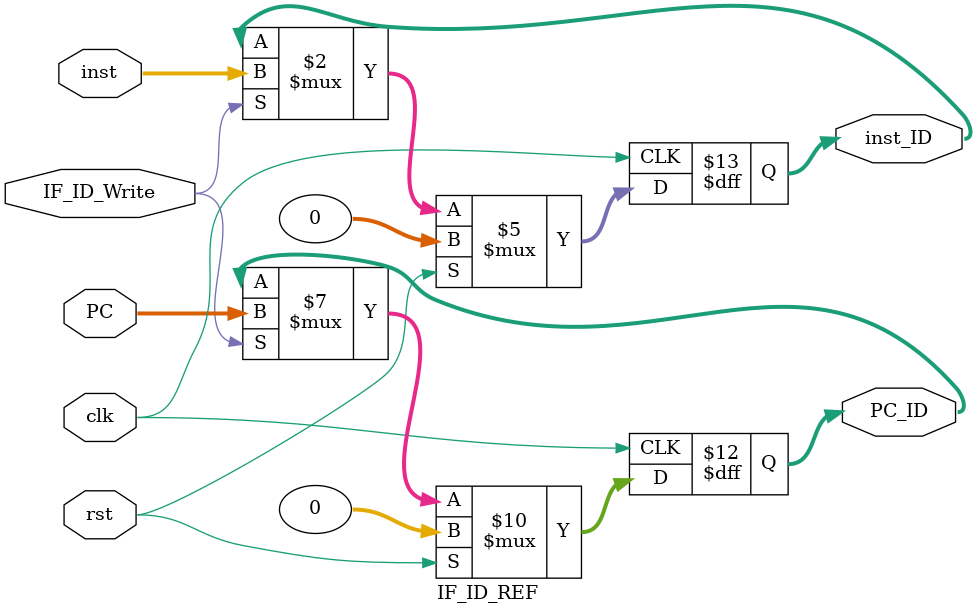
<source format=v>
module IF_ID_REF(
    input clk,
    input rst,
    input [31:0] PC,
    input [31:0] inst,
    input IF_ID_Write,
    output reg [31:0] PC_ID,
    output reg [31:0] inst_ID
    );
    
    always @(posedge clk) begin
        if (rst) begin
            PC_ID <= 0;
            inst_ID <= 0;
        end 
        else begin
            if(IF_ID_Write)begin
                PC_ID <= PC;
                inst_ID <= inst;
            end
        end
    end
endmodule
</source>
